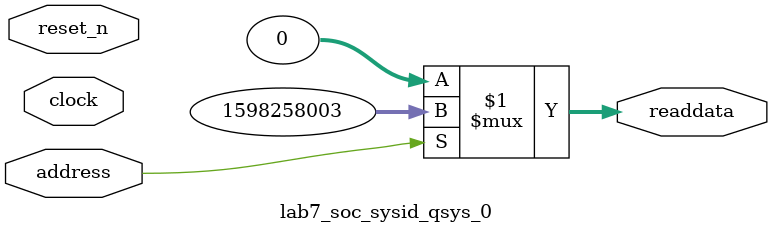
<source format=v>



// synthesis translate_off
`timescale 1ns / 1ps
// synthesis translate_on

// turn off superfluous verilog processor warnings 
// altera message_level Level1 
// altera message_off 10034 10035 10036 10037 10230 10240 10030 

module lab7_soc_sysid_qsys_0 (
               // inputs:
                address,
                clock,
                reset_n,

               // outputs:
                readdata
             )
;

  output  [ 31: 0] readdata;
  input            address;
  input            clock;
  input            reset_n;

  wire    [ 31: 0] readdata;
  //control_slave, which is an e_avalon_slave
  assign readdata = address ? 1598258003 : 0;

endmodule



</source>
